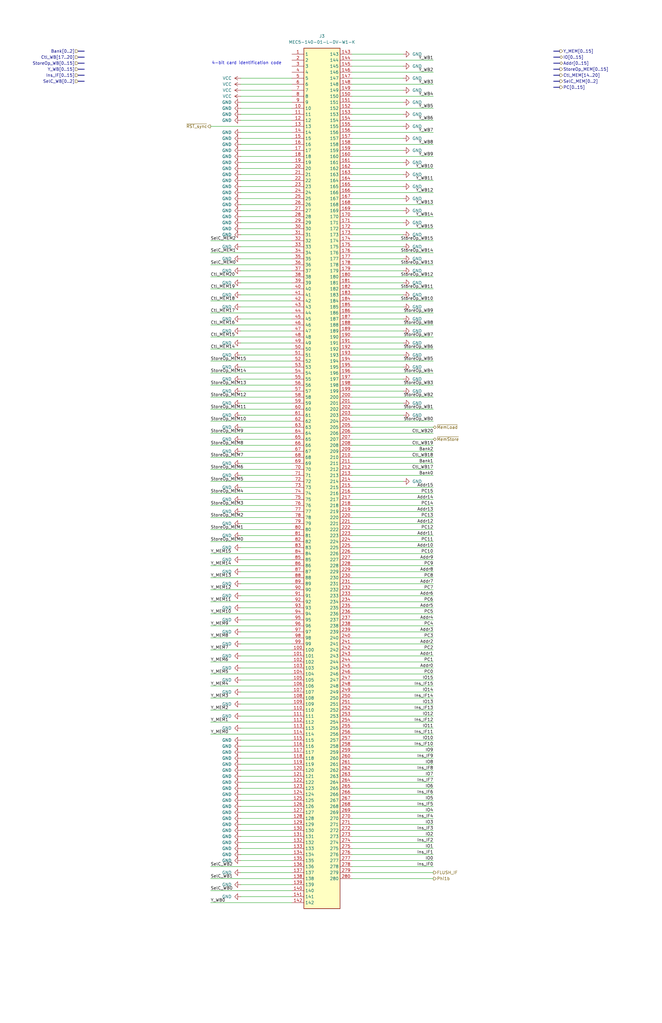
<source format=kicad_sch>
(kicad_sch (version 20250114) (generator "eeschema") (generator_version "9.0")
  (paper "USLedger" portrait)
  (title_block (date "2025-07-22") (rev "A"))
  (text "4-bit card identification code" (at 118.872 26.67 0) (effects (font (size 1.27 1.27)) (justify right)))
  (wire (pts (xy 182.88 276.86) (xy 148.59 276.86)))
  (wire (pts (xy 182.88 35.56) (xy 148.59 35.56)))
  (wire (pts (xy 88.9 218.44) (xy 123.19 218.44)))
  (wire (pts (xy 101.6 205.74) (xy 123.19 205.74)))
  (wire (pts (xy 88.9 177.8) (xy 123.19 177.8)))
  (bus (pts (xy 33.02 24.13) (xy 35.56 24.13)))
  (wire (pts (xy 182.88 157.48) (xy 148.59 157.48)))
  (wire (pts (xy 101.6 60.96) (xy 123.19 60.96)))
  (wire (pts (xy 88.9 238.76) (xy 123.19 238.76)))
  (wire (pts (xy 101.6 68.58) (xy 123.19 68.58)))
  (wire (pts (xy 182.88 185.42) (xy 148.59 185.42)))
  (wire (pts (xy 101.6 78.74) (xy 123.19 78.74)))
  (wire (pts (xy 101.6 307.34) (xy 123.19 307.34)))
  (wire (pts (xy 182.88 152.4) (xy 148.59 152.4)))
  (wire (pts (xy 101.6 40.64) (xy 123.19 40.64)))
  (wire (pts (xy 182.88 347.98) (xy 148.59 347.98)))
  (wire (pts (xy 182.88 360.68) (xy 148.59 360.68)))
  (wire (pts (xy 170.18 104.14) (xy 148.59 104.14)))
  (wire (pts (xy 182.88 106.68) (xy 148.59 106.68)))
  (wire (pts (xy 182.88 96.52) (xy 148.59 96.52)))
  (wire (pts (xy 170.18 109.22) (xy 148.59 109.22)))
  (wire (pts (xy 182.88 322.58) (xy 148.59 322.58)))
  (wire (pts (xy 101.6 43.18) (xy 123.19 43.18)))
  (wire (pts (xy 170.18 33.02) (xy 148.59 33.02)))
  (wire (pts (xy 182.88 304.8) (xy 148.59 304.8)))
  (wire (pts (xy 101.6 320.04) (xy 123.19 320.04)))
  (wire (pts (xy 182.88 314.96) (xy 148.59 314.96)))
  (wire (pts (xy 170.18 144.78) (xy 148.59 144.78)))
  (wire (pts (xy 101.6 335.28) (xy 123.19 335.28)))
  (wire (pts (xy 182.88 137.16) (xy 148.59 137.16)))
  (wire (pts (xy 182.88 200.66) (xy 148.59 200.66)))
  (wire (pts (xy 101.6 114.3) (xy 123.19 114.3)))
  (wire (pts (xy 101.6 200.66) (xy 123.19 200.66)))
  (bus (pts (xy 236.22 26.67) (xy 233.68 26.67)))
  (wire (pts (xy 101.6 325.12) (xy 123.19 325.12)))
  (wire (pts (xy 182.88 111.76) (xy 148.59 111.76)))
  (wire (pts (xy 182.88 368.3) (xy 148.59 368.3)))
  (wire (pts (xy 101.6 170.18) (xy 123.19 170.18)))
  (wire (pts (xy 170.18 58.42) (xy 148.59 58.42)))
  (wire (pts (xy 101.6 149.86) (xy 123.19 149.86)))
  (wire (pts (xy 182.88 213.36) (xy 148.59 213.36)))
  (wire (pts (xy 101.6 292.1) (xy 123.19 292.1)))
  (wire (pts (xy 170.18 83.82) (xy 148.59 83.82)))
  (wire (pts (xy 182.88 182.88) (xy 148.59 182.88)))
  (wire (pts (xy 182.88 309.88) (xy 148.59 309.88)))
  (wire (pts (xy 101.6 104.14) (xy 123.19 104.14)))
  (wire (pts (xy 182.88 187.96) (xy 148.59 187.96)))
  (wire (pts (xy 101.6 347.98) (xy 123.19 347.98)))
  (wire (pts (xy 101.6 48.26) (xy 123.19 48.26)))
  (wire (pts (xy 101.6 93.98) (xy 123.19 93.98)))
  (wire (pts (xy 182.88 81.28) (xy 148.59 81.28)))
  (wire (pts (xy 170.18 170.18) (xy 148.59 170.18)))
  (wire (pts (xy 182.88 251.46) (xy 148.59 251.46)))
  (wire (pts (xy 182.88 287.02) (xy 148.59 287.02)))
  (wire (pts (xy 101.6 210.82) (xy 123.19 210.82)))
  (wire (pts (xy 101.6 332.74) (xy 123.19 332.74)))
  (wire (pts (xy 88.9 147.32) (xy 123.19 147.32)))
  (wire (pts (xy 182.88 243.84) (xy 148.59 243.84)))
  (wire (pts (xy 170.18 99.06) (xy 148.59 99.06)))
  (wire (pts (xy 182.88 86.36) (xy 148.59 86.36)))
  (wire (pts (xy 101.6 368.3) (xy 123.19 368.3)))
  (wire (pts (xy 101.6 165.1) (xy 123.19 165.1)))
  (wire (pts (xy 101.6 96.52) (xy 123.19 96.52)))
  (wire (pts (xy 101.6 91.44) (xy 123.19 91.44)))
  (wire (pts (xy 182.88 353.06) (xy 148.59 353.06)))
  (wire (pts (xy 88.9 187.96) (xy 123.19 187.96)))
  (wire (pts (xy 88.9 53.34) (xy 123.19 53.34)))
  (wire (pts (xy 101.6 330.2) (xy 123.19 330.2)))
  (wire (pts (xy 101.6 287.02) (xy 123.19 287.02)))
  (wire (pts (xy 101.6 99.06) (xy 123.19 99.06)))
  (wire (pts (xy 170.18 149.86) (xy 148.59 149.86)))
  (wire (pts (xy 101.6 355.6) (xy 123.19 355.6)))
  (wire (pts (xy 88.9 203.2) (xy 123.19 203.2)))
  (wire (pts (xy 101.6 83.82) (xy 123.19 83.82)))
  (wire (pts (xy 101.6 302.26) (xy 123.19 302.26)))
  (wire (pts (xy 101.6 38.1) (xy 123.19 38.1)))
  (wire (pts (xy 101.6 353.06) (xy 123.19 353.06)))
  (wire (pts (xy 101.6 119.38) (xy 123.19 119.38)))
  (wire (pts (xy 88.9 289.56) (xy 123.19 289.56)))
  (wire (pts (xy 182.88 363.22) (xy 148.59 363.22)))
  (bus (pts (xy 33.02 29.21) (xy 35.56 29.21)))
  (wire (pts (xy 101.6 86.36) (xy 123.19 86.36)))
  (wire (pts (xy 101.6 63.5) (xy 123.19 63.5)))
  (wire (pts (xy 170.18 119.38) (xy 148.59 119.38)))
  (wire (pts (xy 101.6 231.14) (xy 123.19 231.14)))
  (wire (pts (xy 88.9 106.68) (xy 123.19 106.68)))
  (wire (pts (xy 182.88 55.88) (xy 148.59 55.88)))
  (wire (pts (xy 101.6 360.68) (xy 123.19 360.68)))
  (wire (pts (xy 182.88 215.9) (xy 148.59 215.9)))
  (wire (pts (xy 182.88 246.38) (xy 148.59 246.38)))
  (wire (pts (xy 88.9 309.88) (xy 123.19 309.88)))
  (wire (pts (xy 88.9 274.32) (xy 123.19 274.32)))
  (wire (pts (xy 88.9 142.24) (xy 123.19 142.24)))
  (wire (pts (xy 88.9 381) (xy 123.19 381)))
  (wire (pts (xy 182.88 30.48) (xy 148.59 30.48)))
  (wire (pts (xy 182.88 266.7) (xy 148.59 266.7)))
  (wire (pts (xy 88.9 370.84) (xy 123.19 370.84)))
  (wire (pts (xy 182.88 307.34) (xy 148.59 307.34)))
  (wire (pts (xy 182.88 40.64) (xy 148.59 40.64)))
  (wire (pts (xy 182.88 358.14) (xy 148.59 358.14)))
  (wire (pts (xy 182.88 330.2) (xy 148.59 330.2)))
  (bus (pts (xy 236.22 29.21) (xy 233.68 29.21)))
  (wire (pts (xy 170.18 129.54) (xy 148.59 129.54)))
  (bus (pts (xy 236.22 31.75) (xy 233.68 31.75)))
  (wire (pts (xy 182.88 147.32) (xy 148.59 147.32)))
  (wire (pts (xy 170.18 48.26) (xy 148.59 48.26)))
  (wire (pts (xy 182.88 231.14) (xy 148.59 231.14)))
  (wire (pts (xy 101.6 246.38) (xy 123.19 246.38)))
  (wire (pts (xy 182.88 261.62) (xy 148.59 261.62)))
  (wire (pts (xy 88.9 304.8) (xy 123.19 304.8)))
  (wire (pts (xy 101.6 215.9) (xy 123.19 215.9)))
  (wire (pts (xy 170.18 160.02) (xy 148.59 160.02)))
  (wire (pts (xy 182.88 355.6) (xy 148.59 355.6)))
  (wire (pts (xy 170.18 203.2) (xy 148.59 203.2)))
  (wire (pts (xy 88.9 152.4) (xy 123.19 152.4)))
  (wire (pts (xy 182.88 198.12) (xy 148.59 198.12)))
  (wire (pts (xy 101.6 144.78) (xy 123.19 144.78)))
  (wire (pts (xy 170.18 78.74) (xy 148.59 78.74)))
  (wire (pts (xy 182.88 340.36) (xy 148.59 340.36)))
  (bus (pts (xy 236.22 36.83) (xy 233.68 36.83)))
  (wire (pts (xy 170.18 175.26) (xy 148.59 175.26)))
  (wire (pts (xy 170.18 53.34) (xy 148.59 53.34)))
  (wire (pts (xy 88.9 299.72) (xy 123.19 299.72)))
  (wire (pts (xy 101.6 373.38) (xy 123.19 373.38)))
  (wire (pts (xy 182.88 289.56) (xy 148.59 289.56)))
  (wire (pts (xy 182.88 66.04) (xy 148.59 66.04)))
  (wire (pts (xy 182.88 180.34) (xy 148.59 180.34)))
  (wire (pts (xy 182.88 337.82) (xy 148.59 337.82)))
  (wire (pts (xy 182.88 236.22) (xy 148.59 236.22)))
  (wire (pts (xy 182.88 294.64) (xy 148.59 294.64)))
  (wire (pts (xy 101.6 342.9) (xy 123.19 342.9)))
  (wire (pts (xy 182.88 345.44) (xy 148.59 345.44)))
  (wire (pts (xy 182.88 193.04) (xy 148.59 193.04)))
  (wire (pts (xy 182.88 320.04) (xy 148.59 320.04)))
  (bus (pts (xy 236.22 34.29) (xy 233.68 34.29)))
  (wire (pts (xy 101.6 190.5) (xy 123.19 190.5)))
  (wire (pts (xy 182.88 259.08) (xy 148.59 259.08)))
  (bus (pts (xy 236.22 21.59) (xy 233.68 21.59)))
  (wire (pts (xy 101.6 327.66) (xy 123.19 327.66)))
  (wire (pts (xy 170.18 63.5) (xy 148.59 63.5)))
  (wire (pts (xy 88.9 365.76) (xy 123.19 365.76)))
  (wire (pts (xy 182.88 281.94) (xy 148.59 281.94)))
  (wire (pts (xy 170.18 43.18) (xy 148.59 43.18)))
  (wire (pts (xy 182.88 101.6) (xy 148.59 101.6)))
  (wire (pts (xy 101.6 33.02) (xy 123.19 33.02)))
  (wire (pts (xy 101.6 160.02) (xy 123.19 160.02)))
  (wire (pts (xy 101.6 256.54) (xy 123.19 256.54)))
  (wire (pts (xy 88.9 259.08) (xy 123.19 259.08)))
  (wire (pts (xy 170.18 73.66) (xy 148.59 73.66)))
  (wire (pts (xy 182.88 162.56) (xy 148.59 162.56)))
  (wire (pts (xy 88.9 172.72) (xy 123.19 172.72)))
  (wire (pts (xy 101.6 363.22) (xy 123.19 363.22)))
  (wire (pts (xy 182.88 238.76) (xy 148.59 238.76)))
  (wire (pts (xy 182.88 350.52) (xy 148.59 350.52)))
  (wire (pts (xy 182.88 370.84) (xy 148.59 370.84)))
  (wire (pts (xy 182.88 332.74) (xy 148.59 332.74)))
  (wire (pts (xy 170.18 134.62) (xy 148.59 134.62)))
  (bus (pts (xy 33.02 34.29) (xy 35.56 34.29)))
  (wire (pts (xy 182.88 50.8) (xy 148.59 50.8)))
  (bus (pts (xy 33.02 21.59) (xy 35.56 21.59)))
  (wire (pts (xy 88.9 284.48) (xy 123.19 284.48)))
  (wire (pts (xy 88.9 294.64) (xy 123.19 294.64)))
  (wire (pts (xy 88.9 157.48) (xy 123.19 157.48)))
  (bus (pts (xy 236.22 24.13) (xy 233.68 24.13)))
  (wire (pts (xy 101.6 88.9) (xy 123.19 88.9)))
  (wire (pts (xy 182.88 269.24) (xy 148.59 269.24)))
  (wire (pts (xy 182.88 317.5) (xy 148.59 317.5)))
  (wire (pts (xy 182.88 127) (xy 148.59 127)))
  (wire (pts (xy 170.18 22.86) (xy 148.59 22.86)))
  (wire (pts (xy 88.9 162.56) (xy 123.19 162.56)))
  (wire (pts (xy 88.9 279.4) (xy 123.19 279.4)))
  (wire (pts (xy 170.18 68.58) (xy 148.59 68.58)))
  (wire (pts (xy 182.88 342.9) (xy 148.59 342.9)))
  (wire (pts (xy 88.9 233.68) (xy 123.19 233.68)))
  (wire (pts (xy 182.88 312.42) (xy 148.59 312.42)))
  (wire (pts (xy 182.88 254) (xy 148.59 254)))
  (wire (pts (xy 170.18 124.46) (xy 148.59 124.46)))
  (wire (pts (xy 88.9 193.04) (xy 123.19 193.04)))
  (wire (pts (xy 182.88 91.44) (xy 148.59 91.44)))
  (wire (pts (xy 182.88 223.52) (xy 148.59 223.52)))
  (wire (pts (xy 182.88 279.4) (xy 148.59 279.4)))
  (wire (pts (xy 101.6 109.22) (xy 123.19 109.22)))
  (wire (pts (xy 170.18 165.1) (xy 148.59 165.1)))
  (wire (pts (xy 182.88 297.18) (xy 148.59 297.18)))
  (wire (pts (xy 88.9 248.92) (xy 123.19 248.92)))
  (wire (pts (xy 182.88 142.24) (xy 148.59 142.24)))
  (wire (pts (xy 88.9 132.08) (xy 123.19 132.08)))
  (wire (pts (xy 101.6 139.7) (xy 123.19 139.7)))
  (wire (pts (xy 182.88 248.92) (xy 148.59 248.92)))
  (wire (pts (xy 101.6 45.72) (xy 123.19 45.72)))
  (wire (pts (xy 101.6 345.44) (xy 123.19 345.44)))
  (wire (pts (xy 88.9 116.84) (xy 123.19 116.84)))
  (wire (pts (xy 170.18 114.3) (xy 148.59 114.3)))
  (wire (pts (xy 101.6 175.26) (xy 123.19 175.26)))
  (wire (pts (xy 101.6 251.46) (xy 123.19 251.46)))
  (wire (pts (xy 101.6 358.14) (xy 123.19 358.14)))
  (wire (pts (xy 182.88 190.5) (xy 148.59 190.5)))
  (wire (pts (xy 101.6 76.2) (xy 123.19 76.2)))
  (wire (pts (xy 101.6 66.04) (xy 123.19 66.04)))
  (bus (pts (xy 33.02 26.67) (xy 35.56 26.67)))
  (wire (pts (xy 101.6 276.86) (xy 123.19 276.86)))
  (wire (pts (xy 182.88 208.28) (xy 148.59 208.28)))
  (wire (pts (xy 182.88 335.28) (xy 148.59 335.28)))
  (wire (pts (xy 182.88 365.76) (xy 148.59 365.76)))
  (wire (pts (xy 88.9 243.84) (xy 123.19 243.84)))
  (wire (pts (xy 101.6 154.94) (xy 123.19 154.94)))
  (wire (pts (xy 182.88 284.48) (xy 148.59 284.48)))
  (wire (pts (xy 101.6 271.78) (xy 123.19 271.78)))
  (wire (pts (xy 182.88 256.54) (xy 148.59 256.54)))
  (wire (pts (xy 88.9 137.16) (xy 123.19 137.16)))
  (wire (pts (xy 101.6 266.7) (xy 123.19 266.7)))
  (wire (pts (xy 182.88 327.66) (xy 148.59 327.66)))
  (wire (pts (xy 88.9 213.36) (xy 123.19 213.36)))
  (wire (pts (xy 101.6 71.12) (xy 123.19 71.12)))
  (wire (pts (xy 101.6 337.82) (xy 123.19 337.82)))
  (wire (pts (xy 182.88 76.2) (xy 148.59 76.2)))
  (wire (pts (xy 182.88 228.6) (xy 148.59 228.6)))
  (wire (pts (xy 88.9 167.64) (xy 123.19 167.64)))
  (wire (pts (xy 182.88 121.92) (xy 148.59 121.92)))
  (wire (pts (xy 88.9 182.88) (xy 123.19 182.88)))
  (wire (pts (xy 88.9 198.12) (xy 123.19 198.12)))
  (wire (pts (xy 170.18 27.94) (xy 148.59 27.94)))
  (wire (pts (xy 101.6 124.46) (xy 123.19 124.46)))
  (wire (pts (xy 182.88 45.72) (xy 148.59 45.72)))
  (wire (pts (xy 182.88 271.78) (xy 148.59 271.78)))
  (wire (pts (xy 101.6 317.5) (xy 123.19 317.5)))
  (wire (pts (xy 182.88 71.12) (xy 148.59 71.12)))
  (wire (pts (xy 170.18 154.94) (xy 148.59 154.94)))
  (wire (pts (xy 101.6 378.46) (xy 123.19 378.46)))
  (wire (pts (xy 182.88 132.08) (xy 148.59 132.08)))
  (wire (pts (xy 182.88 210.82) (xy 148.59 210.82)))
  (wire (pts (xy 182.88 233.68) (xy 148.59 233.68)))
  (wire (pts (xy 88.9 121.92) (xy 123.19 121.92)))
  (wire (pts (xy 101.6 322.58) (xy 123.19 322.58)))
  (wire (pts (xy 101.6 185.42) (xy 123.19 185.42)))
  (wire (pts (xy 182.88 116.84) (xy 148.59 116.84)))
  (wire (pts (xy 101.6 281.94) (xy 123.19 281.94)))
  (wire (pts (xy 170.18 93.98) (xy 148.59 93.98)))
  (wire (pts (xy 182.88 299.72) (xy 148.59 299.72)))
  (wire (pts (xy 101.6 297.18) (xy 123.19 297.18)))
  (wire (pts (xy 170.18 88.9) (xy 148.59 88.9)))
  (wire (pts (xy 182.88 218.44) (xy 148.59 218.44)))
  (wire (pts (xy 101.6 241.3) (xy 123.19 241.3)))
  (wire (pts (xy 88.9 228.6) (xy 123.19 228.6)))
  (wire (pts (xy 182.88 177.8) (xy 148.59 177.8)))
  (wire (pts (xy 88.9 101.6) (xy 123.19 101.6)))
  (wire (pts (xy 182.88 264.16) (xy 148.59 264.16)))
  (wire (pts (xy 182.88 325.12) (xy 148.59 325.12)))
  (wire (pts (xy 101.6 314.96) (xy 123.19 314.96)))
  (wire (pts (xy 101.6 312.42) (xy 123.19 312.42)))
  (wire (pts (xy 101.6 50.8) (xy 123.19 50.8)))
  (wire (pts (xy 182.88 60.96) (xy 148.59 60.96)))
  (wire (pts (xy 182.88 220.98) (xy 148.59 220.98)))
  (wire (pts (xy 101.6 350.52) (xy 123.19 350.52)))
  (wire (pts (xy 88.9 127) (xy 123.19 127)))
  (wire (pts (xy 88.9 111.76) (xy 123.19 111.76)))
  (wire (pts (xy 101.6 129.54) (xy 123.19 129.54)))
  (wire (pts (xy 101.6 58.42) (xy 123.19 58.42)))
  (wire (pts (xy 182.88 172.72) (xy 148.59 172.72)))
  (wire (pts (xy 101.6 226.06) (xy 123.19 226.06)))
  (wire (pts (xy 170.18 38.1) (xy 148.59 38.1)))
  (wire (pts (xy 182.88 302.26) (xy 148.59 302.26)))
  (wire (pts (xy 88.9 208.28) (xy 123.19 208.28)))
  (wire (pts (xy 101.6 81.28) (xy 123.19 81.28)))
  (wire (pts (xy 182.88 195.58) (xy 148.59 195.58)))
  (wire (pts (xy 101.6 340.36) (xy 123.19 340.36)))
  (wire (pts (xy 182.88 241.3) (xy 148.59 241.3)))
  (wire (pts (xy 182.88 274.32) (xy 148.59 274.32)))
  (wire (pts (xy 182.88 226.06) (xy 148.59 226.06)))
  (wire (pts (xy 182.88 292.1) (xy 148.59 292.1)))
  (wire (pts (xy 101.6 55.88) (xy 123.19 55.88)))
  (wire (pts (xy 101.6 35.56) (xy 123.19 35.56)))
  (wire (pts (xy 170.18 139.7) (xy 148.59 139.7)))
  (wire (pts (xy 101.6 261.62) (xy 123.19 261.62)))
  (wire (pts (xy 101.6 73.66) (xy 123.19 73.66)))
  (wire (pts (xy 101.6 195.58) (xy 123.19 195.58)))
  (wire (pts (xy 88.9 264.16) (xy 123.19 264.16)))
  (wire (pts (xy 88.9 254) (xy 123.19 254)))
  (wire (pts (xy 182.88 205.74) (xy 148.59 205.74)))
  (wire (pts (xy 101.6 236.22) (xy 123.19 236.22)))
  (wire (pts (xy 88.9 375.92) (xy 123.19 375.92)))
  (wire (pts (xy 101.6 134.62) (xy 123.19 134.62)))
  (bus (pts (xy 33.02 31.75) (xy 35.56 31.75)))
  (wire (pts (xy 182.88 25.4) (xy 148.59 25.4)))
  (wire (pts (xy 88.9 223.52) (xy 123.19 223.52)))
  (wire (pts (xy 101.6 220.98) (xy 123.19 220.98)))
  (wire (pts (xy 182.88 167.64) (xy 148.59 167.64)))
  (wire (pts (xy 88.9 269.24) (xy 123.19 269.24)))
  (wire (pts (xy 101.6 180.34) (xy 123.19 180.34)))
  (label "StoreOp_MEM11" (at 88.9 172.72 0))
  (label "StoreOp_MEM15" (at 88.9 152.4 0))
  (label "Ctl_WB20" (at 182.88 182.88 180))
  (label "Y_WB9" (at 182.88 66.04 180))
  (label "Y_WB8" (at 182.88 60.96 180))
  (label "Y_WB15" (at 182.88 96.52 180))
  (label "StoreOp_WB4" (at 182.88 157.48 180))
  (label "Y_MEM8" (at 88.9 269.24 0))
  (label "StoreOp_MEM1" (at 88.9 223.52 0))
  (label "PC3" (at 182.88 269.24 180))
  (label "StoreOp_WB3" (at 182.88 162.56 180))
  (label "Addr8" (at 182.88 241.3 180))
  (label "Ins_IF13" (at 182.88 299.72 180))
  (label "Addr13" (at 182.88 215.9 180))
  (label "Addr14" (at 182.88 210.82 180))
  (label "Ins_IF11" (at 182.88 309.88 180))
  (label "Ins_IF2" (at 182.88 355.6 180))
  (label "StoreOp_WB12" (at 182.88 116.84 180))
  (label "Addr6" (at 182.88 251.46 180))
  (label "Y_MEM6" (at 88.9 279.4 0))
  (label "StoreOp_WB5" (at 182.88 152.4 180))
  (label "Bank2" (at 182.88 190.5 180))
  (label "Ctl_WB17" (at 182.88 198.12 180))
  (label "IO2" (at 182.88 353.06 180))
  (label "IO0" (at 182.88 363.22 180))
  (label "PC8" (at 182.88 243.84 180))
  (label "StoreOp_MEM3" (at 88.9 213.36 0))
  (label "IO3" (at 182.88 347.98 180))
  (label "Ins_IF9" (at 182.88 320.04 180))
  (label "IO1" (at 182.88 358.14 180))
  (label "IO10" (at 182.88 312.42 180))
  (label "Ins_IF5" (at 182.88 340.36 180))
  (label "StoreOp_MEM0" (at 88.9 228.6 0))
  (label "StoreOp_WB11" (at 182.88 121.92 180))
  (label "IO8" (at 182.88 322.58 180))
  (label "StoreOp_MEM5" (at 88.9 203.2 0))
  (label "Y_WB1" (at 182.88 25.4 180))
  (label "StoreOp_MEM10" (at 88.9 177.8 0))
  (label "Ctl_MEM14" (at 88.9 147.32 0))
  (label "StoreOp_MEM4" (at 88.9 208.28 0))
  (label "Y_WB6" (at 182.88 50.8 180))
  (label "StoreOp_WB1" (at 182.88 172.72 180))
  (label "SelC_MEM0" (at 88.9 111.76 0))
  (label "IO12" (at 182.88 302.26 180))
  (label "StoreOp_MEM2" (at 88.9 218.44 0))
  (label "SelC_MEM2" (at 88.9 101.6 0))
  (label "Addr7" (at 182.88 246.38 180))
  (label "PC12" (at 182.88 223.52 180))
  (label "PC1" (at 182.88 279.4 180))
  (label "Y_WB5" (at 182.88 45.72 180))
  (label "Y_WB4" (at 182.88 40.64 180))
  (label "PC2" (at 182.88 274.32 180))
  (label "Y_MEM7" (at 88.9 274.32 0))
  (label "Addr12" (at 182.88 220.98 180))
  (label "Ins_IF7" (at 182.88 330.2 180))
  (label "Y_WB12" (at 182.88 81.28 180))
  (label "IO9" (at 182.88 317.5 180))
  (label "Y_WB10" (at 182.88 71.12 180))
  (label "Y_WB0" (at 88.9 381 0))
  (label "PC13" (at 182.88 218.44 180))
  (label "PC10" (at 182.88 233.68 180))
  (label "Y_MEM1" (at 88.9 304.8 0))
  (label "StoreOp_WB6" (at 182.88 147.32 180))
  (label "Addr5" (at 182.88 256.54 180))
  (label "Y_MEM3" (at 88.9 294.64 0))
  (label "Y_MEM15" (at 88.9 233.68 0))
  (label "PC7" (at 182.88 248.92 180))
  (label "Ctl_MEM20" (at 88.9 116.84 0))
  (label "Ins_IF14" (at 182.88 294.64 180))
  (label "Addr3" (at 182.88 266.7 180))
  (label "Ins_IF0" (at 182.88 365.76 180))
  (label "Addr11" (at 182.88 226.06 180))
  (label "Y_MEM10" (at 88.9 259.08 0))
  (label "Bank1" (at 182.88 195.58 180))
  (label "StoreOp_WB8" (at 182.88 137.16 180))
  (label "IO6" (at 182.88 332.74 180))
  (label "Y_MEM13" (at 88.9 243.84 0))
  (label "Y_WB14" (at 182.88 91.44 180))
  (label "Ctl_MEM16" (at 88.9 137.16 0))
  (label "Addr2" (at 182.88 271.78 180))
  (label "Ctl_MEM18" (at 88.9 127 0))
  (label "PC4" (at 182.88 264.16 180))
  (label "StoreOp_MEM9" (at 88.9 182.88 0))
  (label "StoreOp_MEM6" (at 88.9 198.12 0))
  (label "StoreOp_WB13" (at 182.88 111.76 180))
  (label "StoreOp_WB2" (at 182.88 167.64 180))
  (label "Y_WB2" (at 182.88 30.48 180))
  (label "Ins_IF15" (at 182.88 289.56 180))
  (label "StoreOp_WB7" (at 182.88 142.24 180))
  (label "IO11" (at 182.88 307.34 180))
  (label "StoreOp_MEM8" (at 88.9 187.96 0))
  (label "Y_WB3" (at 182.88 35.56 180))
  (label "StoreOp_WB15" (at 182.88 101.6 180))
  (label "PC0" (at 182.88 284.48 180))
  (label "Addr1" (at 182.88 276.86 180))
  (label "Y_WB7" (at 182.88 55.88 180))
  (label "Addr4" (at 182.88 261.62 180))
  (label "Ctl_MEM19" (at 88.9 121.92 0))
  (label "Ctl_MEM17" (at 88.9 132.08 0))
  (label "Y_WB11" (at 182.88 76.2 180))
  (label "Y_MEM2" (at 88.9 299.72 0))
  (label "Addr10" (at 182.88 231.14 180))
  (label "IO5" (at 182.88 337.82 180))
  (label "Bank0" (at 182.88 200.66 180))
  (label "Ins_IF4" (at 182.88 345.44 180))
  (label "Ins_IF8" (at 182.88 325.12 180))
  (label "StoreOp_MEM12" (at 88.9 167.64 0))
  (label "Y_MEM9" (at 88.9 264.16 0))
  (label "StoreOp_WB10" (at 182.88 127 180))
  (label "Y_MEM0" (at 88.9 309.88 0))
  (label "IO4" (at 182.88 342.9 180))
  (label "IO7" (at 182.88 327.66 180))
  (label "StoreOp_WB0" (at 182.88 177.8 180))
  (label "Y_MEM14" (at 88.9 238.76 0))
  (label "StoreOp_MEM14" (at 88.9 157.48 0))
  (label "Y_MEM5" (at 88.9 284.48 0))
  (label "Addr0" (at 182.88 281.94 180))
  (label "Addr15" (at 182.88 205.74 180))
  (label "Y_MEM4" (at 88.9 289.56 0))
  (label "Ctl_WB18" (at 182.88 193.04 180))
  (label "IO15" (at 182.88 287.02 180))
  (label "PC6" (at 182.88 254 180))
  (label "Y_WB13" (at 182.88 86.36 180))
  (label "SelC_WB2" (at 88.9 365.76 0))
  (label "Ins_IF10" (at 182.88 314.96 180))
  (label "StoreOp_MEM7" (at 88.9 193.04 0))
  (label "StoreOp_WB14" (at 182.88 106.68 180))
  (label "Y_MEM12" (at 88.9 248.92 0))
  (label "Ctl_WB19" (at 182.88 187.96 180))
  (label "PC5" (at 182.88 259.08 180))
  (label "Ins_IF1" (at 182.88 360.68 180))
  (label "StoreOp_WB9" (at 182.88 132.08 180))
  (label "PC11" (at 182.88 228.6 180))
  (label "Y_MEM11" (at 88.9 254 0))
  (label "Ctl_MEM15" (at 88.9 142.24 0))
  (label "SelC_MEM1" (at 88.9 106.68 0))
  (label "PC9" (at 182.88 238.76 180))
  (label "PC14" (at 182.88 213.36 180))
  (label "StoreOp_MEM13" (at 88.9 162.56 0))
  (label "Addr9" (at 182.88 236.22 180))
  (label "SelC_WB0" (at 88.9 375.92 0))
  (label "PC15" (at 182.88 208.28 180))
  (label "Ins_IF12" (at 182.88 304.8 180))
  (label "IO13" (at 182.88 297.18 180))
  (label "IO14" (at 182.88 292.1 180))
  (label "SelC_WB1" (at 88.9 370.84 0))
  (label "Ins_IF3" (at 182.88 350.52 180))
  (label "Ins_IF6" (at 182.88 335.28 180))
  (hierarchical_label "Ins_IF[0..15]" (shape input) (at 33.02 31.75 180))
  (hierarchical_label "StoreOp_MEM[0..15]" (shape output) (at 236.22 29.21 0))
  (hierarchical_label "SelC_WB[0..2]" (shape input) (at 33.02 34.29 180))
  (hierarchical_label "Ctl_WB[17..20]" (shape input) (at 33.02 24.13 180))
  (hierarchical_label "StoreOp_WB[0..15]" (shape input) (at 33.02 26.67 180))
  (hierarchical_label "Phi1b" (shape output) (at 182.88 370.84 0))
  (hierarchical_label "PC[0..15]" (shape output) (at 236.22 36.83 0))
  (hierarchical_label "Bank[0..2]" (shape input) (at 33.02 21.59 180))
  (hierarchical_label "Y_WB[0..15]" (shape input) (at 33.02 29.21 180))
  (hierarchical_label "~{MemLoad}" (shape tri_state) (at 182.88 180.34 0))
  (hierarchical_label "IO[0..15]" (shape tri_state) (at 236.22 24.13 0))
  (hierarchical_label "Y_MEM[0..15]" (shape output) (at 236.22 21.59 0))
  (hierarchical_label "Addr[0..15]" (shape tri_state) (at 236.22 26.67 0))
  (hierarchical_label "~{RST_sync}" (shape output) (at 88.9 53.34 180))
  (hierarchical_label "Ctl_MEM[14..20]" (shape output) (at 236.22 31.75 0))
  (hierarchical_label "~{MemStore}" (shape tri_state) (at 182.88 185.42 0))
  (hierarchical_label "FLUSH_IF" (shape output) (at 182.88 368.3 0))
  (hierarchical_label "SelC_MEM[0..2]" (shape output) (at 236.22 34.29 0))
  (symbol (lib_id "power:GND") (at 101.6 114.3 270) (unit 1)
    (property "Reference" "#PWR0113" (effects (hide yes)))
    (property "Value" "GND" (at 97.79 114.2999 90) (effects (justify right)))
    (property "Description" "Power symbol creates a global label with name \"GND\" , ground" (effects (hide yes)))
    (instances (project "MainBoard" (path "" (reference "#PWR0113") (unit 1))) (project "MainBoard" (path "" (reference "#PWR?") (unit 1))))
  )
  (symbol (lib_id "power:GND") (at 101.6 71.12 270) (unit 1)
    (property "Reference" "#PWR099" (effects (hide yes)))
    (property "Value" "GND" (at 97.79 71.1199 90) (effects (justify right)))
    (property "Description" "Power symbol creates a global label with name \"GND\" , ground" (effects (hide yes)))
    (instances (project "MainBoard" (path "" (reference "#PWR099") (unit 1))) (project "MainBoard" (path "" (reference "#PWR?") (unit 1))))
  )
  (symbol (lib_id "power:GND") (at 101.6 210.82 270) (unit 1)
    (property "Reference" "#PWR0132" (effects (hide yes)))
    (property "Value" "GND" (at 97.79 210.8199 90) (effects (justify right)))
    (property "Description" "Power symbol creates a global label with name \"GND\" , ground" (effects (hide yes)))
    (instances (project "MainBoard" (path "" (reference "#PWR0132") (unit 1))) (project "MainBoard" (path "" (reference "#PWR?") (unit 1))))
  )
  (symbol (lib_id "power:GND") (at 101.6 215.9 270) (unit 1)
    (property "Reference" "#PWR0133" (effects (hide yes)))
    (property "Value" "GND" (at 97.79 215.8999 90) (effects (justify right)))
    (property "Description" "Power symbol creates a global label with name \"GND\" , ground" (effects (hide yes)))
    (instances (project "MainBoard" (path "" (reference "#PWR0133") (unit 1))) (project "MainBoard" (path "" (reference "#PWR?") (unit 1))))
  )
  (symbol (lib_id "power:GND") (at 101.6 200.66 270) (unit 1)
    (property "Reference" "#PWR0130" (effects (hide yes)))
    (property "Value" "GND" (at 97.79 200.6599 90) (effects (justify right)))
    (property "Description" "Power symbol creates a global label with name \"GND\" , ground" (effects (hide yes)))
    (instances (project "MainBoard" (path "" (reference "#PWR0130") (unit 1))) (project "MainBoard" (path "" (reference "#PWR?") (unit 1))))
  )
  (symbol (lib_id "power:GND") (at 101.6 91.44 270) (unit 1)
    (property "Reference" "#PWR0107" (effects (hide yes)))
    (property "Value" "GND" (at 97.79 91.4399 90) (effects (justify right)))
    (property "Description" "Power symbol creates a global label with name \"GND\" , ground" (effects (hide yes)))
    (instances (project "MainBoard" (path "" (reference "#PWR0107") (unit 1))) (project "MainBoard" (path "" (reference "#PWR?") (unit 1))))
  )
  (symbol (lib_id "power:GND") (at 170.18 99.06 90) (mirror x) (unit 1)
    (property "Reference" "#PWR0191" (effects (hide yes)))
    (property "Value" "GND" (at 173.99 99.0599 90) (effects (justify right)))
    (property "Description" "Power symbol creates a global label with name \"GND\" , ground" (effects (hide yes)))
    (instances (project "MainBoard" (path "" (reference "#PWR0191") (unit 1))) (project "MainBoard" (path "" (reference "#PWR?") (unit 1))))
  )
  (symbol (lib_id "power:GND") (at 101.6 149.86 270) (unit 1)
    (property "Reference" "#PWR0120" (effects (hide yes)))
    (property "Value" "GND" (at 97.79 149.8599 90) (effects (justify right)))
    (property "Description" "Power symbol creates a global label with name \"GND\" , ground" (effects (hide yes)))
    (instances (project "MainBoard" (path "" (reference "#PWR0120") (unit 1))) (project "MainBoard" (path "" (reference "#PWR?") (unit 1))))
  )
  (symbol (lib_id "power:GND") (at 101.6 185.42 270) (unit 1)
    (property "Reference" "#PWR0127" (effects (hide yes)))
    (property "Value" "GND" (at 97.79 185.4199 90) (effects (justify right)))
    (property "Description" "Power symbol creates a global label with name \"GND\" , ground" (effects (hide yes)))
    (instances (project "MainBoard" (path "" (reference "#PWR0127") (unit 1))) (project "MainBoard" (path "" (reference "#PWR?") (unit 1))))
  )
  (symbol (lib_id "power:GND") (at 101.6 320.04 270) (unit 1)
    (property "Reference" "#PWR0155" (effects (hide yes)))
    (property "Value" "GND" (at 97.79 320.0399 90) (effects (justify right)))
    (property "Description" "Power symbol creates a global label with name \"GND\" , ground" (effects (hide yes)))
    (instances (project "MainBoard" (path "" (reference "#PWR0155") (unit 1))) (project "MainBoard" (path "" (reference "#PWR?") (unit 1))))
  )
  (symbol (lib_id "power:GND") (at 101.6 109.22 270) (unit 1)
    (property "Reference" "#PWR0112" (effects (hide yes)))
    (property "Value" "GND" (at 97.79 109.2199 90) (effects (justify right)))
    (property "Description" "Power symbol creates a global label with name \"GND\" , ground" (effects (hide yes)))
    (instances (project "MainBoard" (path "" (reference "#PWR0112") (unit 1))) (project "MainBoard" (path "" (reference "#PWR?") (unit 1))))
  )
  (symbol (lib_id "power:GND") (at 170.18 58.42 90) (mirror x) (unit 1)
    (property "Reference" "#PWR0183" (effects (hide yes)))
    (property "Value" "GND" (at 173.99 58.4199 90) (effects (justify right)))
    (property "Description" "Power symbol creates a global label with name \"GND\" , ground" (effects (hide yes)))
    (instances (project "MainBoard" (path "" (reference "#PWR0183") (unit 1))) (project "MainBoard" (path "" (reference "#PWR?") (unit 1))))
  )
  (symbol (lib_id "power:GND") (at 101.6 335.28 270) (unit 1)
    (property "Reference" "#PWR0161" (effects (hide yes)))
    (property "Value" "GND" (at 97.79 335.2799 90) (effects (justify right)))
    (property "Description" "Power symbol creates a global label with name \"GND\" , ground" (effects (hide yes)))
    (instances (project "MainBoard" (path "" (reference "#PWR0161") (unit 1))) (project "MainBoard" (path "" (reference "#PWR?") (unit 1))))
  )
  (symbol (lib_id "power:GND") (at 101.6 134.62 270) (unit 1)
    (property "Reference" "#PWR0117" (effects (hide yes)))
    (property "Value" "GND" (at 97.79 134.6199 90) (effects (justify right)))
    (property "Description" "Power symbol creates a global label with name \"GND\" , ground" (effects (hide yes)))
    (instances (project "MainBoard" (path "" (reference "#PWR0117") (unit 1))) (project "MainBoard" (path "" (reference "#PWR?") (unit 1))))
  )
  (symbol (lib_id "power:GND") (at 101.6 256.54 270) (unit 1)
    (property "Reference" "#PWR0141" (effects (hide yes)))
    (property "Value" "GND" (at 97.79 256.5399 90) (effects (justify right)))
    (property "Description" "Power symbol creates a global label with name \"GND\" , ground" (effects (hide yes)))
    (instances (project "MainBoard" (path "" (reference "#PWR0141") (unit 1))) (project "MainBoard" (path "" (reference "#PWR?") (unit 1))))
  )
  (symbol (lib_id "power:GND") (at 101.6 190.5 270) (unit 1)
    (property "Reference" "#PWR0128" (effects (hide yes)))
    (property "Value" "GND" (at 97.79 190.4999 90) (effects (justify right)))
    (property "Description" "Power symbol creates a global label with name \"GND\" , ground" (effects (hide yes)))
    (instances (project "MainBoard" (path "" (reference "#PWR0128") (unit 1))) (project "MainBoard" (path "" (reference "#PWR?") (unit 1))))
  )
  (symbol (lib_id "power:GND") (at 101.6 287.02 270) (unit 1)
    (property "Reference" "#PWR0147" (effects (hide yes)))
    (property "Value" "GND" (at 97.79 287.0199 90) (effects (justify right)))
    (property "Description" "Power symbol creates a global label with name \"GND\" , ground" (effects (hide yes)))
    (instances (project "MainBoard" (path "" (reference "#PWR0147") (unit 1))) (project "MainBoard" (path "" (reference "#PWR?") (unit 1))))
  )
  (symbol (lib_id "power:GND") (at 101.6 345.44 270) (unit 1)
    (property "Reference" "#PWR0165" (effects (hide yes)))
    (property "Value" "GND" (at 97.79 345.4399 90) (effects (justify right)))
    (property "Description" "Power symbol creates a global label with name \"GND\" , ground" (effects (hide yes)))
    (instances (project "MainBoard" (path "" (reference "#PWR0165") (unit 1))) (project "MainBoard" (path "" (reference "#PWR?") (unit 1))))
  )
  (symbol (lib_id "power:GND") (at 101.6 342.9 270) (unit 1)
    (property "Reference" "#PWR0164" (effects (hide yes)))
    (property "Value" "GND" (at 97.79 342.8999 90) (effects (justify right)))
    (property "Description" "Power symbol creates a global label with name \"GND\" , ground" (effects (hide yes)))
    (instances (project "MainBoard" (path "" (reference "#PWR0164") (unit 1))) (project "MainBoard" (path "" (reference "#PWR?") (unit 1))))
  )
  (symbol (lib_id "power:GND") (at 101.6 99.06 270) (unit 1)
    (property "Reference" "#PWR0110" (effects (hide yes)))
    (property "Value" "GND" (at 97.79 99.0599 90) (effects (justify right)))
    (property "Description" "Power symbol creates a global label with name \"GND\" , ground" (effects (hide yes)))
    (instances (project "MainBoard" (path "" (reference "#PWR0110") (unit 1))) (project "MainBoard" (path "" (reference "#PWR?") (unit 1))))
  )
  (symbol (lib_id "power:GND") (at 170.18 43.18 90) (mirror x) (unit 1)
    (property "Reference" "#PWR0180" (effects (hide yes)))
    (property "Value" "GND" (at 173.99 43.1799 90) (effects (justify right)))
    (property "Description" "Power symbol creates a global label with name \"GND\" , ground" (effects (hide yes)))
    (instances (project "MainBoard" (path "" (reference "#PWR0180") (unit 1))) (project "MainBoard" (path "" (reference "#PWR?") (unit 1))))
  )
  (symbol (lib_id "power:GND") (at 101.6 104.14 270) (unit 1)
    (property "Reference" "#PWR0111" (effects (hide yes)))
    (property "Value" "GND" (at 97.79 104.1399 90) (effects (justify right)))
    (property "Description" "Power symbol creates a global label with name \"GND\" , ground" (effects (hide yes)))
    (instances (project "MainBoard" (path "" (reference "#PWR0111") (unit 1))) (project "MainBoard" (path "" (reference "#PWR?") (unit 1))))
  )
  (symbol (lib_id "power:GND") (at 170.18 53.34 90) (mirror x) (unit 1)
    (property "Reference" "#PWR0182" (effects (hide yes)))
    (property "Value" "GND" (at 173.99 53.3399 90) (effects (justify right)))
    (property "Description" "Power symbol creates a global label with name \"GND\" , ground" (effects (hide yes)))
    (instances (project "MainBoard" (path "" (reference "#PWR0182") (unit 1))) (project "MainBoard" (path "" (reference "#PWR?") (unit 1))))
  )
  (symbol (lib_id "power:GND") (at 101.6 340.36 270) (unit 1)
    (property "Reference" "#PWR0163" (effects (hide yes)))
    (property "Value" "GND" (at 97.79 340.3599 90) (effects (justify right)))
    (property "Description" "Power symbol creates a global label with name \"GND\" , ground" (effects (hide yes)))
    (instances (project "MainBoard" (path "" (reference "#PWR0163") (unit 1))) (project "MainBoard" (path "" (reference "#PWR?") (unit 1))))
  )
  (symbol (lib_id "power:GND") (at 170.18 93.98 90) (mirror x) (unit 1)
    (property "Reference" "#PWR0190" (effects (hide yes)))
    (property "Value" "GND" (at 173.99 93.9799 90) (effects (justify right)))
    (property "Description" "Power symbol creates a global label with name \"GND\" , ground" (effects (hide yes)))
    (instances (project "MainBoard" (path "" (reference "#PWR0190") (unit 1))) (project "MainBoard" (path "" (reference "#PWR?") (unit 1))))
  )
  (symbol (lib_id "power:GND") (at 170.18 154.94 90) (mirror x) (unit 1)
    (property "Reference" "#PWR0202" (effects (hide yes)))
    (property "Value" "GND" (at 173.99 154.9399 90) (effects (justify right)))
    (property "Description" "Power symbol creates a global label with name \"GND\" , ground" (effects (hide yes)))
    (instances (project "MainBoard" (path "" (reference "#PWR0202") (unit 1))) (project "MainBoard" (path "" (reference "#PWR?") (unit 1))))
  )
  (symbol (lib_id "power:GND") (at 170.18 104.14 90) (mirror x) (unit 1)
    (property "Reference" "#PWR0192" (effects (hide yes)))
    (property "Value" "GND" (at 173.99 104.1399 90) (effects (justify right)))
    (property "Description" "Power symbol creates a global label with name \"GND\" , ground" (effects (hide yes)))
    (instances (project "MainBoard" (path "" (reference "#PWR0192") (unit 1))) (project "MainBoard" (path "" (reference "#PWR?") (unit 1))))
  )
  (symbol (lib_id "power:GND") (at 101.6 251.46 270) (unit 1)
    (property "Reference" "#PWR0140" (effects (hide yes)))
    (property "Value" "GND" (at 97.79 251.4599 90) (effects (justify right)))
    (property "Description" "Power symbol creates a global label with name \"GND\" , ground" (effects (hide yes)))
    (instances (project "MainBoard" (path "" (reference "#PWR0140") (unit 1))) (project "MainBoard" (path "" (reference "#PWR?") (unit 1))))
  )
  (symbol (lib_id "power:GND") (at 101.6 175.26 270) (unit 1)
    (property "Reference" "#PWR0125" (effects (hide yes)))
    (property "Value" "GND" (at 97.79 175.2599 90) (effects (justify right)))
    (property "Description" "Power symbol creates a global label with name \"GND\" , ground" (effects (hide yes)))
    (instances (project "MainBoard" (path "" (reference "#PWR0125") (unit 1))) (project "MainBoard" (path "" (reference "#PWR?") (unit 1))))
  )
  (symbol (lib_id "power:GND") (at 101.6 124.46 270) (unit 1)
    (property "Reference" "#PWR0115" (effects (hide yes)))
    (property "Value" "GND" (at 97.79 124.4599 90) (effects (justify right)))
    (property "Description" "Power symbol creates a global label with name \"GND\" , ground" (effects (hide yes)))
    (instances (project "MainBoard" (path "" (reference "#PWR0115") (unit 1))) (project "MainBoard" (path "" (reference "#PWR?") (unit 1))))
  )
  (symbol (lib_id "power:GND") (at 101.6 355.6 270) (unit 1)
    (property "Reference" "#PWR0169" (effects (hide yes)))
    (property "Value" "GND" (at 97.79 355.5999 90) (effects (justify right)))
    (property "Description" "Power symbol creates a global label with name \"GND\" , ground" (effects (hide yes)))
    (instances (project "MainBoard" (path "" (reference "#PWR0169") (unit 1))) (project "MainBoard" (path "" (reference "#PWR?") (unit 1))))
  )
  (symbol (lib_id "power:GND") (at 170.18 139.7 90) (mirror x) (unit 1)
    (property "Reference" "#PWR0199" (effects (hide yes)))
    (property "Value" "GND" (at 173.99 139.6999 90) (effects (justify right)))
    (property "Description" "Power symbol creates a global label with name \"GND\" , ground" (effects (hide yes)))
    (instances (project "MainBoard" (path "" (reference "#PWR0199") (unit 1))) (project "MainBoard" (path "" (reference "#PWR?") (unit 1))))
  )
  (symbol (lib_id "power:GND") (at 170.18 160.02 90) (mirror x) (unit 1)
    (property "Reference" "#PWR0203" (effects (hide yes)))
    (property "Value" "GND" (at 173.99 160.0199 90) (effects (justify right)))
    (property "Description" "Power symbol creates a global label with name \"GND\" , ground" (effects (hide yes)))
    (instances (project "MainBoard" (path "" (reference "#PWR0203") (unit 1))) (project "MainBoard" (path "" (reference "#PWR?") (unit 1))))
  )
  (symbol (lib_id "power:GND") (at 101.6 302.26 270) (unit 1)
    (property "Reference" "#PWR0150" (effects (hide yes)))
    (property "Value" "GND" (at 97.79 302.2599 90) (effects (justify right)))
    (property "Description" "Power symbol creates a global label with name \"GND\" , ground" (effects (hide yes)))
    (instances (project "MainBoard" (path "" (reference "#PWR0150") (unit 1))) (project "MainBoard" (path "" (reference "#PWR?") (unit 1))))
  )
  (symbol (lib_id "power:GND") (at 101.6 55.88 270) (unit 1)
    (property "Reference" "#PWR093" (effects (hide yes)))
    (property "Value" "GND" (at 97.79 55.8799 90) (effects (justify right)))
    (property "Description" "Power symbol creates a global label with name \"GND\" , ground" (effects (hide yes)))
    (instances (project "MainBoard" (path "" (reference "#PWR093") (unit 1))) (project "MainBoard" (path "" (reference "#PWR?") (unit 1))))
  )
  (symbol (lib_id "power:GND") (at 101.6 48.26 270) (unit 1)
    (property "Reference" "#PWR091" (effects (hide yes)))
    (property "Value" "GND" (at 97.79 48.2599 90) (effects (justify right)))
    (property "Description" "Power symbol creates a global label with name \"GND\" , ground" (effects (hide yes)))
    (instances (project "MainBoard" (path "" (reference "#PWR091") (unit 1))) (project "MainBoard" (path "" (reference "#PWR?") (unit 1))))
  )
  (symbol (lib_id "power:GND") (at 101.6 347.98 270) (unit 1)
    (property "Reference" "#PWR0166" (effects (hide yes)))
    (property "Value" "GND" (at 97.79 347.9799 90) (effects (justify right)))
    (property "Description" "Power symbol creates a global label with name \"GND\" , ground" (effects (hide yes)))
    (instances (project "MainBoard" (path "" (reference "#PWR0166") (unit 1))) (project "MainBoard" (path "" (reference "#PWR?") (unit 1))))
  )
  (symbol (lib_id "power:GND") (at 101.6 86.36 270) (unit 1)
    (property "Reference" "#PWR0105" (effects (hide yes)))
    (property "Value" "GND" (at 97.79 86.3599 90) (effects (justify right)))
    (property "Description" "Power symbol creates a global label with name \"GND\" , ground" (effects (hide yes)))
    (instances (project "MainBoard" (path "" (reference "#PWR0105") (unit 1))) (project "MainBoard" (path "" (reference "#PWR?") (unit 1))))
  )
  (symbol (lib_id "power:GND") (at 101.6 266.7 270) (unit 1)
    (property "Reference" "#PWR0143" (effects (hide yes)))
    (property "Value" "GND" (at 97.79 266.6999 90) (effects (justify right)))
    (property "Description" "Power symbol creates a global label with name \"GND\" , ground" (effects (hide yes)))
    (instances (project "MainBoard" (path "" (reference "#PWR0143") (unit 1))) (project "MainBoard" (path "" (reference "#PWR?") (unit 1))))
  )
  (symbol (lib_id "power:GND") (at 101.6 231.14 270) (unit 1)
    (property "Reference" "#PWR0136" (effects (hide yes)))
    (property "Value" "GND" (at 97.79 231.1399 90) (effects (justify right)))
    (property "Description" "Power symbol creates a global label with name \"GND\" , ground" (effects (hide yes)))
    (instances (project "MainBoard" (path "" (reference "#PWR0136") (unit 1))) (project "MainBoard" (path "" (reference "#PWR?") (unit 1))))
  )
  (symbol (lib_id "power:GND") (at 170.18 144.78 90) (mirror x) (unit 1)
    (property "Reference" "#PWR0200" (effects (hide yes)))
    (property "Value" "GND" (at 173.99 144.7799 90) (effects (justify right)))
    (property "Description" "Power symbol creates a global label with name \"GND\" , ground" (effects (hide yes)))
    (instances (project "MainBoard" (path "" (reference "#PWR0200") (unit 1))) (project "MainBoard" (path "" (reference "#PWR?") (unit 1))))
  )
  (symbol (lib_id "power:GND") (at 170.18 119.38 90) (mirror x) (unit 1)
    (property "Reference" "#PWR0195" (effects (hide yes)))
    (property "Value" "GND" (at 173.99 119.3799 90) (effects (justify right)))
    (property "Description" "Power symbol creates a global label with name \"GND\" , ground" (effects (hide yes)))
    (instances (project "MainBoard" (path "" (reference "#PWR0195") (unit 1))) (project "MainBoard" (path "" (reference "#PWR?") (unit 1))))
  )
  (symbol (lib_id "power:GND") (at 170.18 124.46 90) (mirror x) (unit 1)
    (property "Reference" "#PWR0196" (effects (hide yes)))
    (property "Value" "GND" (at 173.99 124.4599 90) (effects (justify right)))
    (property "Description" "Power symbol creates a global label with name \"GND\" , ground" (effects (hide yes)))
    (instances (project "MainBoard" (path "" (reference "#PWR0196") (unit 1))) (project "MainBoard" (path "" (reference "#PWR?") (unit 1))))
  )
  (symbol (lib_id "power:GND") (at 170.18 83.82 90) (mirror x) (unit 1)
    (property "Reference" "#PWR0188" (effects (hide yes)))
    (property "Value" "GND" (at 173.99 83.8199 90) (effects (justify right)))
    (property "Description" "Power symbol creates a global label with name \"GND\" , ground" (effects (hide yes)))
    (instances (project "MainBoard" (path "" (reference "#PWR0188") (unit 1))) (project "MainBoard" (path "" (reference "#PWR?") (unit 1))))
  )
  (symbol (lib_id "power:GND") (at 170.18 63.5 90) (mirror x) (unit 1)
    (property "Reference" "#PWR0184" (effects (hide yes)))
    (property "Value" "GND" (at 173.99 63.4999 90) (effects (justify right)))
    (property "Description" "Power symbol creates a global label with name \"GND\" , ground" (effects (hide yes)))
    (instances (project "MainBoard" (path "" (reference "#PWR0184") (unit 1))) (project "MainBoard" (path "" (reference "#PWR?") (unit 1))))
  )
  (symbol (lib_id "power:VCC") (at 101.6 40.64 90) (unit 1)
    (property "Reference" "#PWR088" (effects (hide yes)))
    (property "Value" "VCC" (at 97.79 40.6399 90) (effects (justify left)))
    (property "Description" "Power symbol creates a global label with name \"VCC\"" (effects (hide yes)))
    (instances (project "MainBoard" (path "" (reference "#PWR088") (unit 1))) (project "MainBoard" (path "" (reference "#PWR?") (unit 1))))
  )
  (symbol (lib_id "power:GND") (at 101.6 50.8 270) (unit 1)
    (property "Reference" "#PWR092" (effects (hide yes)))
    (property "Value" "GND" (at 97.79 50.7999 90) (effects (justify right)))
    (property "Description" "Power symbol creates a global label with name \"GND\" , ground" (effects (hide yes)))
    (instances (project "MainBoard" (path "" (reference "#PWR092") (unit 1))) (project "MainBoard" (path "" (reference "#PWR?") (unit 1))))
  )
  (symbol (lib_id "power:GND") (at 101.6 63.5 270) (unit 1)
    (property "Reference" "#PWR096" (effects (hide yes)))
    (property "Value" "GND" (at 97.79 63.4999 90) (effects (justify right)))
    (property "Description" "Power symbol creates a global label with name \"GND\" , ground" (effects (hide yes)))
    (instances (project "MainBoard" (path "" (reference "#PWR096") (unit 1))) (project "MainBoard" (path "" (reference "#PWR?") (unit 1))))
  )
  (symbol (lib_id "power:GND") (at 170.18 68.58 90) (mirror x) (unit 1)
    (property "Reference" "#PWR0185" (effects (hide yes)))
    (property "Value" "GND" (at 173.99 68.5799 90) (effects (justify right)))
    (property "Description" "Power symbol creates a global label with name \"GND\" , ground" (effects (hide yes)))
    (instances (project "MainBoard" (path "" (reference "#PWR0185") (unit 1))) (project "MainBoard" (path "" (reference "#PWR?") (unit 1))))
  )
  (symbol (lib_id "power:GND") (at 101.6 236.22 270) (unit 1)
    (property "Reference" "#PWR0137" (effects (hide yes)))
    (property "Value" "GND" (at 97.79 236.2199 90) (effects (justify right)))
    (property "Description" "Power symbol creates a global label with name \"GND\" , ground" (effects (hide yes)))
    (instances (project "MainBoard" (path "" (reference "#PWR0137") (unit 1))) (project "MainBoard" (path "" (reference "#PWR?") (unit 1))))
  )
  (symbol (lib_id "power:VCC") (at 101.6 38.1 90) (unit 1)
    (property "Reference" "#PWR087" (effects (hide yes)))
    (property "Value" "VCC" (at 97.79 38.0999 90) (effects (justify left)))
    (property "Description" "Power symbol creates a global label with name \"VCC\"" (effects (hide yes)))
    (instances (project "MainBoard" (path "" (reference "#PWR087") (unit 1))) (project "MainBoard" (path "" (reference "#PWR?") (unit 1))))
  )
  (symbol (lib_id "power:GND") (at 101.6 353.06 270) (unit 1)
    (property "Reference" "#PWR0168" (effects (hide yes)))
    (property "Value" "GND" (at 97.79 353.0599 90) (effects (justify right)))
    (property "Description" "Power symbol creates a global label with name \"GND\" , ground" (effects (hide yes)))
    (instances (project "MainBoard" (path "" (reference "#PWR0168") (unit 1))) (project "MainBoard" (path "" (reference "#PWR?") (unit 1))))
  )
  (symbol (lib_id "power:GND") (at 101.6 129.54 270) (unit 1)
    (property "Reference" "#PWR0116" (effects (hide yes)))
    (property "Value" "GND" (at 97.79 129.5399 90) (effects (justify right)))
    (property "Description" "Power symbol creates a global label with name \"GND\" , ground" (effects (hide yes)))
    (instances (project "MainBoard" (path "" (reference "#PWR0116") (unit 1))) (project "MainBoard" (path "" (reference "#PWR?") (unit 1))))
  )
  (symbol (lib_id "power:GND") (at 101.6 76.2 270) (unit 1)
    (property "Reference" "#PWR0101" (effects (hide yes)))
    (property "Value" "GND" (at 97.79 76.1999 90) (effects (justify right)))
    (property "Description" "Power symbol creates a global label with name \"GND\" , ground" (effects (hide yes)))
    (instances (project "MainBoard" (path "" (reference "#PWR0101") (unit 1))) (project "MainBoard" (path "" (reference "#PWR?") (unit 1))))
  )
  (symbol (lib_id "power:GND") (at 101.6 96.52 270) (unit 1)
    (property "Reference" "#PWR0109" (effects (hide yes)))
    (property "Value" "GND" (at 97.79 96.5199 90) (effects (justify right)))
    (property "Description" "Power symbol creates a global label with name \"GND\" , ground" (effects (hide yes)))
    (instances (project "MainBoard" (path "" (reference "#PWR0109") (unit 1))) (project "MainBoard" (path "" (reference "#PWR?") (unit 1))))
  )
  (symbol (lib_id "power:GND") (at 101.6 66.04 270) (unit 1)
    (property "Reference" "#PWR097" (effects (hide yes)))
    (property "Value" "GND" (at 97.79 66.0399 90) (effects (justify right)))
    (property "Description" "Power symbol creates a global label with name \"GND\" , ground" (effects (hide yes)))
    (instances (project "MainBoard" (path "" (reference "#PWR097") (unit 1))) (project "MainBoard" (path "" (reference "#PWR?") (unit 1))))
  )
  (symbol (lib_id "power:GND") (at 101.6 226.06 270) (unit 1)
    (property "Reference" "#PWR0135" (effects (hide yes)))
    (property "Value" "GND" (at 97.79 226.0599 90) (effects (justify right)))
    (property "Description" "Power symbol creates a global label with name \"GND\" , ground" (effects (hide yes)))
    (instances (project "MainBoard" (path "" (reference "#PWR0135") (unit 1))) (project "MainBoard" (path "" (reference "#PWR?") (unit 1))))
  )
  (symbol (lib_id "power:GND") (at 101.6 180.34 270) (unit 1)
    (property "Reference" "#PWR0126" (effects (hide yes)))
    (property "Value" "GND" (at 97.79 180.3399 90) (effects (justify right)))
    (property "Description" "Power symbol creates a global label with name \"GND\" , ground" (effects (hide yes)))
    (instances (project "MainBoard" (path "" (reference "#PWR0126") (unit 1))) (project "MainBoard" (path "" (reference "#PWR?") (unit 1))))
  )
  (symbol (lib_id "power:GND") (at 170.18 22.86 90) (mirror x) (unit 1)
    (property "Reference" "#PWR0176" (effects (hide yes)))
    (property "Value" "GND" (at 173.99 22.8599 90) (effects (justify right)))
    (property "Description" "Power symbol creates a global label with name \"GND\" , ground" (effects (hide yes)))
    (instances (project "MainBoard" (path "" (reference "#PWR0176") (unit 1))) (project "MainBoard" (path "" (reference "#PWR?") (unit 1))))
  )
  (symbol (lib_id "power:GND") (at 101.6 83.82 270) (unit 1)
    (property "Reference" "#PWR0104" (effects (hide yes)))
    (property "Value" "GND" (at 97.79 83.8199 90) (effects (justify right)))
    (property "Description" "Power symbol creates a global label with name \"GND\" , ground" (effects (hide yes)))
    (instances (project "MainBoard" (path "" (reference "#PWR0104") (unit 1))) (project "MainBoard" (path "" (reference "#PWR?") (unit 1))))
  )
  (symbol (lib_id "power:GND") (at 101.6 292.1 270) (unit 1)
    (property "Reference" "#PWR0148" (effects (hide yes)))
    (property "Value" "GND" (at 97.79 292.0999 90) (effects (justify right)))
    (property "Description" "Power symbol creates a global label with name \"GND\" , ground" (effects (hide yes)))
    (instances (project "MainBoard" (path "" (reference "#PWR0148") (unit 1))) (project "MainBoard" (path "" (reference "#PWR?") (unit 1))))
  )
  (symbol (lib_id "power:GND") (at 101.6 93.98 270) (unit 1)
    (property "Reference" "#PWR0108" (effects (hide yes)))
    (property "Value" "GND" (at 97.79 93.9799 90) (effects (justify right)))
    (property "Description" "Power symbol creates a global label with name \"GND\" , ground" (effects (hide yes)))
    (instances (project "MainBoard" (path "" (reference "#PWR0108") (unit 1))) (project "MainBoard" (path "" (reference "#PWR?") (unit 1))))
  )
  (symbol (lib_id "power:GND") (at 101.6 205.74 270) (unit 1)
    (property "Reference" "#PWR0131" (effects (hide yes)))
    (property "Value" "GND" (at 97.79 205.7399 90) (effects (justify right)))
    (property "Description" "Power symbol creates a global label with name \"GND\" , ground" (effects (hide yes)))
    (instances (project "MainBoard" (path "" (reference "#PWR0131") (unit 1))) (project "MainBoard" (path "" (reference "#PWR?") (unit 1))))
  )
  (symbol (lib_id "power:GND") (at 101.6 337.82 270) (unit 1)
    (property "Reference" "#PWR0162" (effects (hide yes)))
    (property "Value" "GND" (at 97.79 337.8199 90) (effects (justify right)))
    (property "Description" "Power symbol creates a global label with name \"GND\" , ground" (effects (hide yes)))
    (instances (project "MainBoard" (path "" (reference "#PWR0162") (unit 1))) (project "MainBoard" (path "" (reference "#PWR?") (unit 1))))
  )
  (symbol (lib_id "power:GND") (at 101.6 317.5 270) (unit 1)
    (property "Reference" "#PWR0154" (effects (hide yes)))
    (property "Value" "GND" (at 97.79 317.4999 90) (effects (justify right)))
    (property "Description" "Power symbol creates a global label with name \"GND\" , ground" (effects (hide yes)))
    (instances (project "MainBoard" (path "" (reference "#PWR0154") (unit 1))) (project "MainBoard" (path "" (reference "#PWR?") (unit 1))))
  )
  (symbol (lib_id "power:GND") (at 101.6 297.18 270) (unit 1)
    (property "Reference" "#PWR0149" (effects (hide yes)))
    (property "Value" "GND" (at 97.79 297.1799 90) (effects (justify right)))
    (property "Description" "Power symbol creates a global label with name \"GND\" , ground" (effects (hide yes)))
    (instances (project "MainBoard" (path "" (reference "#PWR0149") (unit 1))) (project "MainBoard" (path "" (reference "#PWR?") (unit 1))))
  )
  (symbol (lib_id "power:GND") (at 101.6 170.18 270) (unit 1)
    (property "Reference" "#PWR0124" (effects (hide yes)))
    (property "Value" "GND" (at 97.79 170.1799 90) (effects (justify right)))
    (property "Description" "Power symbol creates a global label with name \"GND\" , ground" (effects (hide yes)))
    (instances (project "MainBoard" (path "" (reference "#PWR0124") (unit 1))) (project "MainBoard" (path "" (reference "#PWR?") (unit 1))))
  )
  (symbol (lib_id "power:GND") (at 101.6 261.62 270) (unit 1)
    (property "Reference" "#PWR0142" (effects (hide yes)))
    (property "Value" "GND" (at 97.79 261.6199 90) (effects (justify right)))
    (property "Description" "Power symbol creates a global label with name \"GND\" , ground" (effects (hide yes)))
    (instances (project "MainBoard" (path "" (reference "#PWR0142") (unit 1))) (project "MainBoard" (path "" (reference "#PWR?") (unit 1))))
  )
  (symbol (lib_id "power:GND") (at 170.18 175.26 90) (mirror x) (unit 1)
    (property "Reference" "#PWR0206" (effects (hide yes)))
    (property "Value" "GND" (at 173.99 175.2599 90) (effects (justify right)))
    (property "Description" "Power symbol creates a global label with name \"GND\" , ground" (effects (hide yes)))
    (instances (project "MainBoard" (path "" (reference "#PWR0206") (unit 1))) (project "MainBoard" (path "" (reference "#PWR?") (unit 1))))
  )
  (symbol (lib_id "power:GND") (at 170.18 129.54 90) (mirror x) (unit 1)
    (property "Reference" "#PWR0197" (effects (hide yes)))
    (property "Value" "GND" (at 173.99 129.5399 90) (effects (justify right)))
    (property "Description" "Power symbol creates a global label with name \"GND\" , ground" (effects (hide yes)))
    (instances (project "MainBoard" (path "" (reference "#PWR0197") (unit 1))) (project "MainBoard" (path "" (reference "#PWR?") (unit 1))))
  )
  (symbol (lib_id "power:GND") (at 170.18 73.66 90) (mirror x) (unit 1)
    (property "Reference" "#PWR0186" (effects (hide yes)))
    (property "Value" "GND" (at 173.99 73.6599 90) (effects (justify right)))
    (property "Description" "Power symbol creates a global label with name \"GND\" , ground" (effects (hide yes)))
    (instances (project "MainBoard" (path "" (reference "#PWR0186") (unit 1))) (project "MainBoard" (path "" (reference "#PWR?") (unit 1))))
  )
  (symbol (lib_id "power:GND") (at 101.6 58.42 270) (unit 1)
    (property "Reference" "#PWR094" (effects (hide yes)))
    (property "Value" "GND" (at 97.79 58.4199 90) (effects (justify right)))
    (property "Description" "Power symbol creates a global label with name \"GND\" , ground" (effects (hide yes)))
    (instances (project "MainBoard" (path "" (reference "#PWR094") (unit 1))) (project "MainBoard" (path "" (reference "#PWR?") (unit 1))))
  )
  (symbol (lib_id "power:GND") (at 101.6 360.68 270) (unit 1)
    (property "Reference" "#PWR0171" (effects (hide yes)))
    (property "Value" "GND" (at 97.79 360.6799 90) (effects (justify right)))
    (property "Description" "Power symbol creates a global label with name \"GND\" , ground" (effects (hide yes)))
    (instances (project "MainBoard" (path "" (reference "#PWR0171") (unit 1))) (project "MainBoard" (path "" (reference "#PWR?") (unit 1))))
  )
  (symbol (lib_id "power:GND") (at 101.6 68.58 270) (unit 1)
    (property "Reference" "#PWR098" (effects (hide yes)))
    (property "Value" "GND" (at 97.79 68.5799 90) (effects (justify right)))
    (property "Description" "Power symbol creates a global label with name \"GND\" , ground" (effects (hide yes)))
    (instances (project "MainBoard" (path "" (reference "#PWR098") (unit 1))) (project "MainBoard" (path "" (reference "#PWR?") (unit 1))))
  )
  (symbol (lib_id "power:GND") (at 101.6 119.38 270) (unit 1)
    (property "Reference" "#PWR0114" (effects (hide yes)))
    (property "Value" "GND" (at 97.79 119.3799 90) (effects (justify right)))
    (property "Description" "Power symbol creates a global label with name \"GND\" , ground" (effects (hide yes)))
    (instances (project "MainBoard" (path "" (reference "#PWR0114") (unit 1))) (project "MainBoard" (path "" (reference "#PWR?") (unit 1))))
  )
  (symbol (lib_id "power:GND") (at 170.18 48.26 90) (mirror x) (unit 1)
    (property "Reference" "#PWR0181" (effects (hide yes)))
    (property "Value" "GND" (at 173.99 48.2599 90) (effects (justify right)))
    (property "Description" "Power symbol creates a global label with name \"GND\" , ground" (effects (hide yes)))
    (instances (project "MainBoard" (path "" (reference "#PWR0181") (unit 1))) (project "MainBoard" (path "" (reference "#PWR?") (unit 1))))
  )
  (symbol (lib_id "power:GND") (at 101.6 165.1 270) (unit 1)
    (property "Reference" "#PWR0123" (effects (hide yes)))
    (property "Value" "GND" (at 97.79 165.0999 90) (effects (justify right)))
    (property "Description" "Power symbol creates a global label with name \"GND\" , ground" (effects (hide yes)))
    (instances (project "MainBoard" (path "" (reference "#PWR0123") (unit 1))) (project "MainBoard" (path "" (reference "#PWR?") (unit 1))))
  )
  (symbol (lib_id "power:GND") (at 101.6 60.96 270) (unit 1)
    (property "Reference" "#PWR095" (effects (hide yes)))
    (property "Value" "GND" (at 97.79 60.9599 90) (effects (justify right)))
    (property "Description" "Power symbol creates a global label with name \"GND\" , ground" (effects (hide yes)))
    (instances (project "MainBoard" (path "" (reference "#PWR095") (unit 1))) (project "MainBoard" (path "" (reference "#PWR?") (unit 1))))
  )
  (symbol (lib_id "power:GND") (at 101.6 281.94 270) (unit 1)
    (property "Reference" "#PWR0146" (effects (hide yes)))
    (property "Value" "GND" (at 97.79 281.9399 90) (effects (justify right)))
    (property "Description" "Power symbol creates a global label with name \"GND\" , ground" (effects (hide yes)))
    (instances (project "MainBoard" (path "" (reference "#PWR0146") (unit 1))) (project "MainBoard" (path "" (reference "#PWR?") (unit 1))))
  )
  (symbol (lib_id "power:VCC") (at 101.6 35.56 90) (unit 1)
    (property "Reference" "#PWR086" (effects (hide yes)))
    (property "Value" "VCC" (at 97.79 35.5599 90) (effects (justify left)))
    (property "Description" "Power symbol creates a global label with name \"VCC\"" (effects (hide yes)))
    (instances (project "" (path "" (reference "#PWR086") (unit 1))) (project "" (path "" (reference "#PWR?") (unit 1))))
  )
  (symbol (lib_id "power:GND") (at 101.6 43.18 270) (unit 1)
    (property "Reference" "#PWR089" (effects (hide yes)))
    (property "Value" "GND" (at 97.79 43.1799 90) (effects (justify right)))
    (property "Description" "Power symbol creates a global label with name \"GND\" , ground" (effects (hide yes)))
    (instances (project "" (path "" (reference "#PWR089") (unit 1))) (project "" (path "" (reference "#PWR?") (unit 1))))
  )
  (symbol (lib_id "power:GND") (at 101.6 327.66 270) (unit 1)
    (property "Reference" "#PWR0158" (effects (hide yes)))
    (property "Value" "GND" (at 97.79 327.6599 90) (effects (justify right)))
    (property "Description" "Power symbol creates a global label with name \"GND\" , ground" (effects (hide yes)))
    (instances (project "MainBoard" (path "" (reference "#PWR0158") (unit 1))) (project "MainBoard" (path "" (reference "#PWR?") (unit 1))))
  )
  (symbol (lib_id "power:GND") (at 101.6 358.14 270) (unit 1)
    (property "Reference" "#PWR0170" (effects (hide yes)))
    (property "Value" "GND" (at 97.79 358.1399 90) (effects (justify right)))
    (property "Description" "Power symbol creates a global label with name \"GND\" , ground" (effects (hide yes)))
    (instances (project "MainBoard" (path "" (reference "#PWR0170") (unit 1))) (project "MainBoard" (path "" (reference "#PWR?") (unit 1))))
  )
  (symbol (lib_id "power:GND") (at 170.18 38.1 90) (mirror x) (unit 1)
    (property "Reference" "#PWR0179" (effects (hide yes)))
    (property "Value" "GND" (at 173.99 38.0999 90) (effects (justify right)))
    (property "Description" "Power symbol creates a global label with name \"GND\" , ground" (effects (hide yes)))
    (instances (project "MainBoard" (path "" (reference "#PWR0179") (unit 1))) (project "MainBoard" (path "" (reference "#PWR?") (unit 1))))
  )
  (symbol (lib_id "power:GND") (at 170.18 109.22 90) (mirror x) (unit 1)
    (property "Reference" "#PWR0193" (effects (hide yes)))
    (property "Value" "GND" (at 173.99 109.2199 90) (effects (justify right)))
    (property "Description" "Power symbol creates a global label with name \"GND\" , ground" (effects (hide yes)))
    (instances (project "MainBoard" (path "" (reference "#PWR0193") (unit 1))) (project "MainBoard" (path "" (reference "#PWR?") (unit 1))))
  )
  (symbol (lib_id "power:GND") (at 170.18 165.1 90) (mirror x) (unit 1)
    (property "Reference" "#PWR0204" (effects (hide yes)))
    (property "Value" "GND" (at 173.99 165.0999 90) (effects (justify right)))
    (property "Description" "Power symbol creates a global label with name \"GND\" , ground" (effects (hide yes)))
    (instances (project "MainBoard" (path "" (reference "#PWR0204") (unit 1))) (project "MainBoard" (path "" (reference "#PWR?") (unit 1))))
  )
  (symbol (lib_id "power:GND") (at 101.6 332.74 270) (unit 1)
    (property "Reference" "#PWR0160" (effects (hide yes)))
    (property "Value" "GND" (at 97.79 332.7399 90) (effects (justify right)))
    (property "Description" "Power symbol creates a global label with name \"GND\" , ground" (effects (hide yes)))
    (instances (project "MainBoard" (path "" (reference "#PWR0160") (unit 1))) (project "MainBoard" (path "" (reference "#PWR?") (unit 1))))
  )
  (symbol (lib_id "power:GND") (at 170.18 27.94 90) (mirror x) (unit 1)
    (property "Reference" "#PWR0177" (effects (hide yes)))
    (property "Value" "GND" (at 173.99 27.9399 90) (effects (justify right)))
    (property "Description" "Power symbol creates a global label with name \"GND\" , ground" (effects (hide yes)))
    (instances (project "MainBoard" (path "" (reference "#PWR0177") (unit 1))) (project "MainBoard" (path "" (reference "#PWR?") (unit 1))))
  )
  (symbol (lib_id "power:GND") (at 101.6 241.3 270) (unit 1)
    (property "Reference" "#PWR0138" (effects (hide yes)))
    (property "Value" "GND" (at 97.79 241.2999 90) (effects (justify right)))
    (property "Description" "Power symbol creates a global label with name \"GND\" , ground" (effects (hide yes)))
    (instances (project "MainBoard" (path "" (reference "#PWR0138") (unit 1))) (project "MainBoard" (path "" (reference "#PWR?") (unit 1))))
  )
  (symbol (lib_id "Turtle16:MEC5-140-01-L-DV-W1-K_Edge") (at 123.19 22.86 0) (unit 1)
    (property "Reference" "J3" (at 135.89 15.24 0))
    (property "Value" "MEC5-140-01-L-DV-W1-K" (at 135.89 17.78 0))
    (property "Footprint" "Turtle16:MEC5-140-01-L-DV-W1-K_Edge" (effects (hide yes)))
    (property "Datasheet" "https://suddendocs.samtec.com/prints/mec5-xxx-xx-x-dv-xx-k-xx-mkt.pdf" (effects (hide yes)))
    (property "Description" "Standard Card Edge Connectors MEC5-DV vert conn 140 pos per row" (effects (hide yes)))
    (property "Height" "10.35" (effects (hide yes)))
    (property "Mouser Part Number" "200-MEC514001LDVW1K" (effects (hide yes)))
    (property "Mouser Price/Stock" "https://www.mouser.co.uk/ProductDetail/Samtec/MEC5-140-01-L-DV-W1-K?qs=XeJtXLiO41SNck3klUeiMQ%3D%3D" (effects (hide yes)))
    (property "Manufacturer_Name" "SAMTEC" (effects (hide yes)))
    (property "Manufacturer_Part_Number" "MEC5-140-01-L-DV-W1-K" (effects (hide yes)))
    (instances (project "" (path "" (reference "J3") (unit 1))) (project "" (path "" (reference "J?") (unit 1))))
  )
  (symbol (lib_id "power:GND") (at 170.18 134.62 90) (mirror x) (unit 1)
    (property "Reference" "#PWR0198" (effects (hide yes)))
    (property "Value" "GND" (at 173.99 134.6199 90) (effects (justify right)))
    (property "Description" "Power symbol creates a global label with name \"GND\" , ground" (effects (hide yes)))
    (instances (project "MainBoard" (path "" (reference "#PWR0198") (unit 1))) (project "MainBoard" (path "" (reference "#PWR?") (unit 1))))
  )
  (symbol (lib_id "power:GND") (at 101.6 312.42 270) (unit 1)
    (property "Reference" "#PWR0152" (effects (hide yes)))
    (property "Value" "GND" (at 97.79 312.4199 90) (effects (justify right)))
    (property "Description" "Power symbol creates a global label with name \"GND\" , ground" (effects (hide yes)))
    (instances (project "MainBoard" (path "" (reference "#PWR0152") (unit 1))) (project "MainBoard" (path "" (reference "#PWR?") (unit 1))))
  )
  (symbol (lib_id "power:GND") (at 101.6 368.3 270) (unit 1)
    (property "Reference" "#PWR0173" (effects (hide yes)))
    (property "Value" "GND" (at 97.79 368.2999 90) (effects (justify right)))
    (property "Description" "Power symbol creates a global label with name \"GND\" , ground" (effects (hide yes)))
    (instances (project "MainBoard" (path "" (reference "#PWR0173") (unit 1))) (project "MainBoard" (path "" (reference "#PWR?") (unit 1))))
  )
  (symbol (lib_id "power:GND") (at 170.18 203.2 90) (mirror x) (unit 1)
    (property "Reference" "#PWR0207" (effects (hide yes)))
    (property "Value" "GND" (at 173.99 203.1999 90) (effects (justify right)))
    (property "Description" "Power symbol creates a global label with name \"GND\" , ground" (effects (hide yes)))
    (instances (project "MainBoard" (path "" (reference "#PWR0207") (unit 1))) (project "MainBoard" (path "" (reference "#PWR?") (unit 1))))
  )
  (symbol (lib_id "power:GND") (at 101.6 88.9 270) (unit 1)
    (property "Reference" "#PWR0106" (effects (hide yes)))
    (property "Value" "GND" (at 97.79 88.8999 90) (effects (justify right)))
    (property "Description" "Power symbol creates a global label with name \"GND\" , ground" (effects (hide yes)))
    (instances (project "MainBoard" (path "" (reference "#PWR0106") (unit 1))) (project "MainBoard" (path "" (reference "#PWR?") (unit 1))))
  )
  (symbol (lib_id "power:GND") (at 170.18 114.3 90) (mirror x) (unit 1)
    (property "Reference" "#PWR0194" (effects (hide yes)))
    (property "Value" "GND" (at 173.99 114.2999 90) (effects (justify right)))
    (property "Description" "Power symbol creates a global label with name \"GND\" , ground" (effects (hide yes)))
    (instances (project "MainBoard" (path "" (reference "#PWR0194") (unit 1))) (project "MainBoard" (path "" (reference "#PWR?") (unit 1))))
  )
  (symbol (lib_id "power:GND") (at 101.6 350.52 270) (unit 1)
    (property "Reference" "#PWR0167" (effects (hide yes)))
    (property "Value" "GND" (at 97.79 350.5199 90) (effects (justify right)))
    (property "Description" "Power symbol creates a global label with name \"GND\" , ground" (effects (hide yes)))
    (instances (project "MainBoard" (path "" (reference "#PWR0167") (unit 1))) (project "MainBoard" (path "" (reference "#PWR?") (unit 1))))
  )
  (symbol (lib_id "power:GND") (at 101.6 154.94 270) (unit 1)
    (property "Reference" "#PWR0121" (effects (hide yes)))
    (property "Value" "GND" (at 97.79 154.9399 90) (effects (justify right)))
    (property "Description" "Power symbol creates a global label with name \"GND\" , ground" (effects (hide yes)))
    (instances (project "MainBoard" (path "" (reference "#PWR0121") (unit 1))) (project "MainBoard" (path "" (reference "#PWR?") (unit 1))))
  )
  (symbol (lib_id "power:GND") (at 101.6 45.72 270) (unit 1)
    (property "Reference" "#PWR090" (effects (hide yes)))
    (property "Value" "GND" (at 97.79 45.7199 90) (effects (justify right)))
    (property "Description" "Power symbol creates a global label with name \"GND\" , ground" (effects (hide yes)))
    (instances (project "MainBoard" (path "" (reference "#PWR090") (unit 1))) (project "MainBoard" (path "" (reference "#PWR?") (unit 1))))
  )
  (symbol (lib_id "power:GND") (at 101.6 373.38 270) (unit 1)
    (property "Reference" "#PWR0174" (effects (hide yes)))
    (property "Value" "GND" (at 97.79 373.3799 90) (effects (justify right)))
    (property "Description" "Power symbol creates a global label with name \"GND\" , ground" (effects (hide yes)))
    (instances (project "MainBoard" (path "" (reference "#PWR0174") (unit 1))) (project "MainBoard" (path "" (reference "#PWR?") (unit 1))))
  )
  (symbol (lib_id "power:GND") (at 101.6 271.78 270) (unit 1)
    (property "Reference" "#PWR0144" (effects (hide yes)))
    (property "Value" "GND" (at 97.79 271.7799 90) (effects (justify right)))
    (property "Description" "Power symbol creates a global label with name \"GND\" , ground" (effects (hide yes)))
    (instances (project "MainBoard" (path "" (reference "#PWR0144") (unit 1))) (project "MainBoard" (path "" (reference "#PWR?") (unit 1))))
  )
  (symbol (lib_id "power:VCC") (at 101.6 33.02 90) (unit 1)
    (property "Reference" "#PWR085" (effects (hide yes)))
    (property "Value" "VCC" (at 97.79 33.0199 90) (effects (justify left)))
    (property "Description" "Power symbol creates a global label with name \"VCC\"" (effects (hide yes)))
    (instances (project "MainBoard" (path "" (reference "#PWR085") (unit 1))) (project "MainBoard" (path "" (reference "#PWR?") (unit 1))))
  )
  (symbol (lib_id "power:GND") (at 101.6 73.66 270) (unit 1)
    (property "Reference" "#PWR0100" (effects (hide yes)))
    (property "Value" "GND" (at 97.79 73.6599 90) (effects (justify right)))
    (property "Description" "Power symbol creates a global label with name \"GND\" , ground" (effects (hide yes)))
    (instances (project "MainBoard" (path "" (reference "#PWR0100") (unit 1))) (project "MainBoard" (path "" (reference "#PWR?") (unit 1))))
  )
  (symbol (lib_id "power:GND") (at 101.6 325.12 270) (unit 1)
    (property "Reference" "#PWR0157" (effects (hide yes)))
    (property "Value" "GND" (at 97.79 325.1199 90) (effects (justify right)))
    (property "Description" "Power symbol creates a global label with name \"GND\" , ground" (effects (hide yes)))
    (instances (project "MainBoard" (path "" (reference "#PWR0157") (unit 1))) (project "MainBoard" (path "" (reference "#PWR?") (unit 1))))
  )
  (symbol (lib_id "power:GND") (at 101.6 276.86 270) (unit 1)
    (property "Reference" "#PWR0145" (effects (hide yes)))
    (property "Value" "GND" (at 97.79 276.8599 90) (effects (justify right)))
    (property "Description" "Power symbol creates a global label with name \"GND\" , ground" (effects (hide yes)))
    (instances (project "MainBoard" (path "" (reference "#PWR0145") (unit 1))) (project "MainBoard" (path "" (reference "#PWR?") (unit 1))))
  )
  (symbol (lib_id "power:GND") (at 170.18 78.74 90) (mirror x) (unit 1)
    (property "Reference" "#PWR0187" (effects (hide yes)))
    (property "Value" "GND" (at 173.99 78.7399 90) (effects (justify right)))
    (property "Description" "Power symbol creates a global label with name \"GND\" , ground" (effects (hide yes)))
    (instances (project "MainBoard" (path "" (reference "#PWR0187") (unit 1))) (project "MainBoard" (path "" (reference "#PWR?") (unit 1))))
  )
  (symbol (lib_id "power:GND") (at 101.6 246.38 270) (unit 1)
    (property "Reference" "#PWR0139" (effects (hide yes)))
    (property "Value" "GND" (at 97.79 246.3799 90) (effects (justify right)))
    (property "Description" "Power symbol creates a global label with name \"GND\" , ground" (effects (hide yes)))
    (instances (project "MainBoard" (path "" (reference "#PWR0139") (unit 1))) (project "MainBoard" (path "" (reference "#PWR?") (unit 1))))
  )
  (symbol (lib_id "power:GND") (at 101.6 195.58 270) (unit 1)
    (property "Reference" "#PWR0129" (effects (hide yes)))
    (property "Value" "GND" (at 97.79 195.5799 90) (effects (justify right)))
    (property "Description" "Power symbol creates a global label with name \"GND\" , ground" (effects (hide yes)))
    (instances (project "MainBoard" (path "" (reference "#PWR0129") (unit 1))) (project "MainBoard" (path "" (reference "#PWR?") (unit 1))))
  )
  (symbol (lib_id "power:GND") (at 101.6 144.78 270) (unit 1)
    (property "Reference" "#PWR0119" (effects (hide yes)))
    (property "Value" "GND" (at 97.79 144.7799 90) (effects (justify right)))
    (property "Description" "Power symbol creates a global label with name \"GND\" , ground" (effects (hide yes)))
    (instances (project "MainBoard" (path "" (reference "#PWR0119") (unit 1))) (project "MainBoard" (path "" (reference "#PWR?") (unit 1))))
  )
  (symbol (lib_id "power:GND") (at 170.18 88.9 90) (mirror x) (unit 1)
    (property "Reference" "#PWR0189" (effects (hide yes)))
    (property "Value" "GND" (at 173.99 88.8999 90) (effects (justify right)))
    (property "Description" "Power symbol creates a global label with name \"GND\" , ground" (effects (hide yes)))
    (instances (project "MainBoard" (path "" (reference "#PWR0189") (unit 1))) (project "MainBoard" (path "" (reference "#PWR?") (unit 1))))
  )
  (symbol (lib_id "power:GND") (at 170.18 149.86 90) (mirror x) (unit 1)
    (property "Reference" "#PWR0201" (effects (hide yes)))
    (property "Value" "GND" (at 173.99 149.8599 90) (effects (justify right)))
    (property "Description" "Power symbol creates a global label with name \"GND\" , ground" (effects (hide yes)))
    (instances (project "MainBoard" (path "" (reference "#PWR0201") (unit 1))) (project "MainBoard" (path "" (reference "#PWR?") (unit 1))))
  )
  (symbol (lib_id "power:GND") (at 101.6 220.98 270) (unit 1)
    (property "Reference" "#PWR0134" (effects (hide yes)))
    (property "Value" "GND" (at 97.79 220.9799 90) (effects (justify right)))
    (property "Description" "Power symbol creates a global label with name \"GND\" , ground" (effects (hide yes)))
    (instances (project "MainBoard" (path "" (reference "#PWR0134") (unit 1))) (project "MainBoard" (path "" (reference "#PWR?") (unit 1))))
  )
  (symbol (lib_id "power:GND") (at 101.6 314.96 270) (unit 1)
    (property "Reference" "#PWR0153" (effects (hide yes)))
    (property "Value" "GND" (at 97.79 314.9599 90) (effects (justify right)))
    (property "Description" "Power symbol creates a global label with name \"GND\" , ground" (effects (hide yes)))
    (instances (project "MainBoard" (path "" (reference "#PWR0153") (unit 1))) (project "MainBoard" (path "" (reference "#PWR?") (unit 1))))
  )
  (symbol (lib_id "power:GND") (at 170.18 170.18 90) (mirror x) (unit 1)
    (property "Reference" "#PWR0205" (effects (hide yes)))
    (property "Value" "GND" (at 173.99 170.1799 90) (effects (justify right)))
    (property "Description" "Power symbol creates a global label with name \"GND\" , ground" (effects (hide yes)))
    (instances (project "MainBoard" (path "" (reference "#PWR0205") (unit 1))) (project "MainBoard" (path "" (reference "#PWR?") (unit 1))))
  )
  (symbol (lib_id "power:GND") (at 101.6 307.34 270) (unit 1)
    (property "Reference" "#PWR0151" (effects (hide yes)))
    (property "Value" "GND" (at 97.79 307.3399 90) (effects (justify right)))
    (property "Description" "Power symbol creates a global label with name \"GND\" , ground" (effects (hide yes)))
    (instances (project "MainBoard" (path "" (reference "#PWR0151") (unit 1))) (project "MainBoard" (path "" (reference "#PWR?") (unit 1))))
  )
  (symbol (lib_id "power:GND") (at 101.6 363.22 270) (unit 1)
    (property "Reference" "#PWR0172" (effects (hide yes)))
    (property "Value" "GND" (at 97.79 363.2199 90) (effects (justify right)))
    (property "Description" "Power symbol creates a global label with name \"GND\" , ground" (effects (hide yes)))
    (instances (project "MainBoard" (path "" (reference "#PWR0172") (unit 1))) (project "MainBoard" (path "" (reference "#PWR?") (unit 1))))
  )
  (symbol (lib_id "power:GND") (at 101.6 378.46 270) (unit 1)
    (property "Reference" "#PWR0175" (effects (hide yes)))
    (property "Value" "GND" (at 97.79 378.4599 90) (effects (justify right)))
    (property "Description" "Power symbol creates a global label with name \"GND\" , ground" (effects (hide yes)))
    (instances (project "MainBoard" (path "" (reference "#PWR0175") (unit 1))) (project "MainBoard" (path "" (reference "#PWR?") (unit 1))))
  )
  (symbol (lib_id "power:GND") (at 101.6 139.7 270) (unit 1)
    (property "Reference" "#PWR0118" (effects (hide yes)))
    (property "Value" "GND" (at 97.79 139.6999 90) (effects (justify right)))
    (property "Description" "Power symbol creates a global label with name \"GND\" , ground" (effects (hide yes)))
    (instances (project "MainBoard" (path "" (reference "#PWR0118") (unit 1))) (project "MainBoard" (path "" (reference "#PWR?") (unit 1))))
  )
  (symbol (lib_id "power:GND") (at 101.6 160.02 270) (unit 1)
    (property "Reference" "#PWR0122" (effects (hide yes)))
    (property "Value" "GND" (at 97.79 160.0199 90) (effects (justify right)))
    (property "Description" "Power symbol creates a global label with name \"GND\" , ground" (effects (hide yes)))
    (instances (project "MainBoard" (path "" (reference "#PWR0122") (unit 1))) (project "MainBoard" (path "" (reference "#PWR?") (unit 1))))
  )
  (symbol (lib_id "power:GND") (at 101.6 330.2 270) (unit 1)
    (property "Reference" "#PWR0159" (effects (hide yes)))
    (property "Value" "GND" (at 97.79 330.1999 90) (effects (justify right)))
    (property "Description" "Power symbol creates a global label with name \"GND\" , ground" (effects (hide yes)))
    (instances (project "MainBoard" (path "" (reference "#PWR0159") (unit 1))) (project "MainBoard" (path "" (reference "#PWR?") (unit 1))))
  )
  (symbol (lib_id "power:GND") (at 101.6 322.58 270) (unit 1)
    (property "Reference" "#PWR0156" (effects (hide yes)))
    (property "Value" "GND" (at 97.79 322.5799 90) (effects (justify right)))
    (property "Description" "Power symbol creates a global label with name \"GND\" , ground" (effects (hide yes)))
    (instances (project "MainBoard" (path "" (reference "#PWR0156") (unit 1))) (project "MainBoard" (path "" (reference "#PWR?") (unit 1))))
  )
  (symbol (lib_id "power:GND") (at 101.6 81.28 270) (unit 1)
    (property "Reference" "#PWR0103" (effects (hide yes)))
    (property "Value" "GND" (at 97.79 81.2799 90) (effects (justify right)))
    (property "Description" "Power symbol creates a global label with name \"GND\" , ground" (effects (hide yes)))
    (instances (project "MainBoard" (path "" (reference "#PWR0103") (unit 1))) (project "MainBoard" (path "" (reference "#PWR?") (unit 1))))
  )
  (symbol (lib_id "power:GND") (at 170.18 33.02 90) (mirror x) (unit 1)
    (property "Reference" "#PWR0178" (effects (hide yes)))
    (property "Value" "GND" (at 173.99 33.0199 90) (effects (justify right)))
    (property "Description" "Power symbol creates a global label with name \"GND\" , ground" (effects (hide yes)))
    (instances (project "MainBoard" (path "" (reference "#PWR0178") (unit 1))) (project "MainBoard" (path "" (reference "#PWR?") (unit 1))))
  )
  (symbol (lib_id "power:GND") (at 101.6 78.74 270) (unit 1)
    (property "Reference" "#PWR0102" (effects (hide yes)))
    (property "Value" "GND" (at 97.79 78.7399 90) (effects (justify right)))
    (property "Description" "Power symbol creates a global label with name \"GND\" , ground" (effects (hide yes)))
    (instances (project "MainBoard" (path "" (reference "#PWR0102") (unit 1))) (project "MainBoard" (path "" (reference "#PWR?") (unit 1))))
  )
)
</source>
